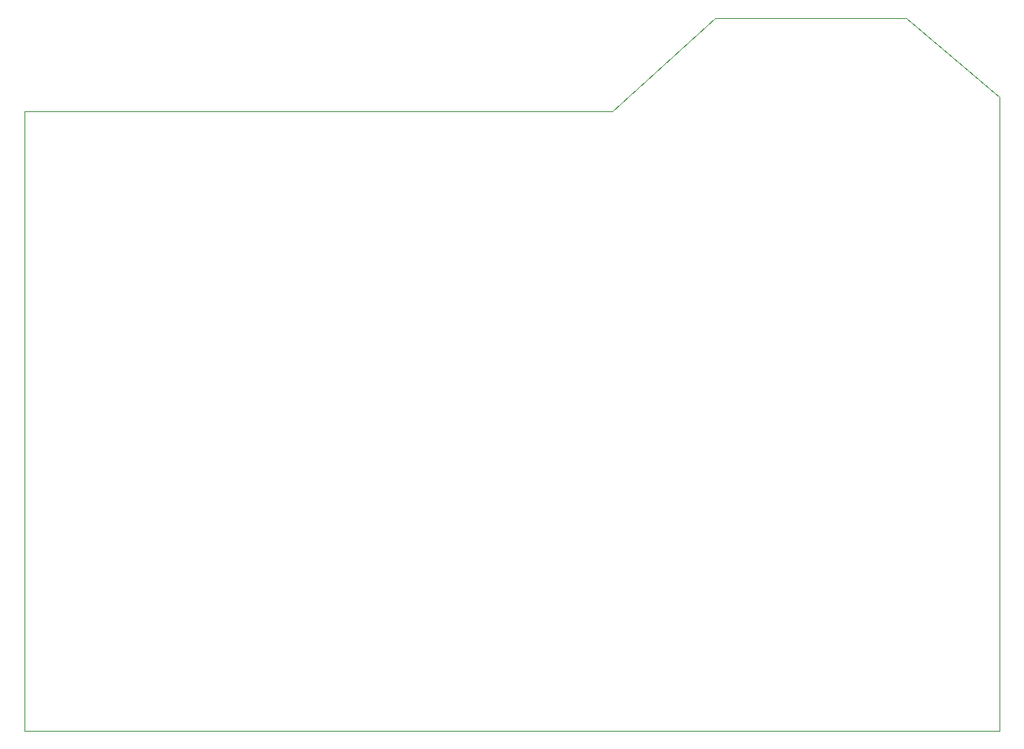
<source format=gbr>
%TF.GenerationSoftware,KiCad,Pcbnew,8.0.1*%
%TF.CreationDate,2025-07-05T17:57:54-03:00*%
%TF.ProjectId,camera,63616d65-7261-42e6-9b69-6361645f7063,rev?*%
%TF.SameCoordinates,Original*%
%TF.FileFunction,Profile,NP*%
%FSLAX46Y46*%
G04 Gerber Fmt 4.6, Leading zero omitted, Abs format (unit mm)*
G04 Created by KiCad (PCBNEW 8.0.1) date 2025-07-05 17:57:54*
%MOMM*%
%LPD*%
G01*
G04 APERTURE LIST*
%TA.AperFunction,Profile*%
%ADD10C,0.050000*%
%TD*%
G04 APERTURE END LIST*
D10*
X200000000Y-68000000D02*
X200000000Y-136000000D01*
X95500000Y-136000000D01*
X95500000Y-69500000D01*
X96000000Y-69500000D01*
X158500000Y-69500000D01*
X169500000Y-59500000D01*
X190000000Y-59500000D01*
X200000000Y-68000000D01*
M02*

</source>
